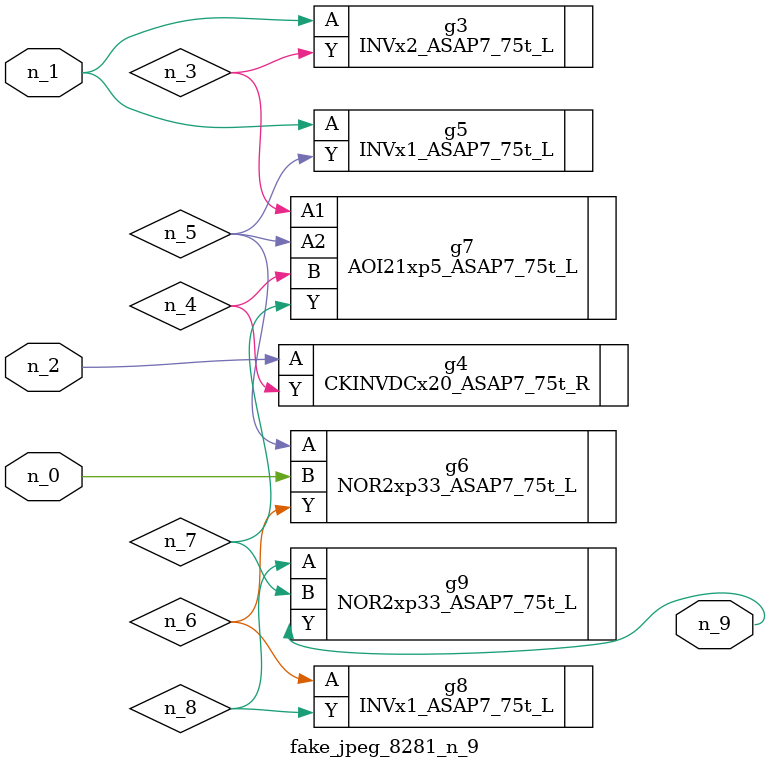
<source format=v>
module fake_jpeg_8281_n_9 (n_0, n_2, n_1, n_9);

input n_0;
input n_2;
input n_1;

output n_9;

wire n_3;
wire n_4;
wire n_8;
wire n_6;
wire n_5;
wire n_7;

INVx2_ASAP7_75t_L g3 ( 
.A(n_1),
.Y(n_3)
);

CKINVDCx20_ASAP7_75t_R g4 ( 
.A(n_2),
.Y(n_4)
);

INVx1_ASAP7_75t_L g5 ( 
.A(n_1),
.Y(n_5)
);

NOR2xp33_ASAP7_75t_L g6 ( 
.A(n_5),
.B(n_0),
.Y(n_6)
);

INVx1_ASAP7_75t_L g8 ( 
.A(n_6),
.Y(n_8)
);

AOI21xp5_ASAP7_75t_L g7 ( 
.A1(n_3),
.A2(n_5),
.B(n_4),
.Y(n_7)
);

NOR2xp33_ASAP7_75t_L g9 ( 
.A(n_8),
.B(n_7),
.Y(n_9)
);


endmodule
</source>
